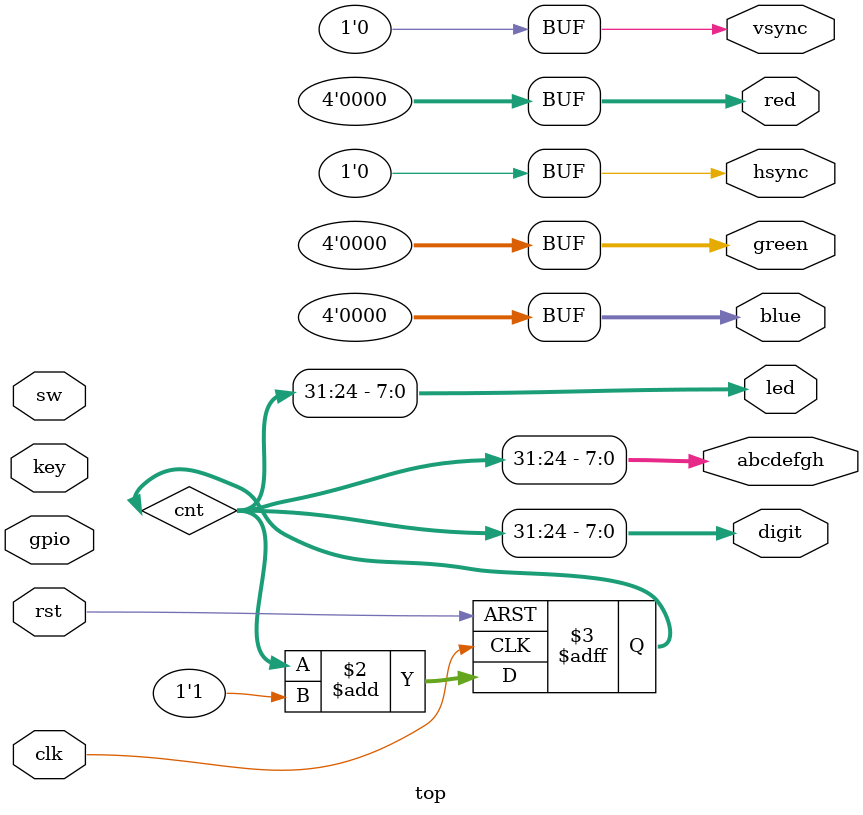
<source format=sv>
`include "config.svh"

module top
# (
  parameter clk_mhz = 50,
            w_key   = 4,
            w_sw    = 8,
            w_led   = 8,
            w_digit = 8,
            w_gpio  = 20
)
(
  input                        clk,
  input                        rst,

  // Keys, switches, LEDs

  input        [w_key   - 1:0] key,
  input        [w_sw    - 1:0] sw,
  output logic [w_led   - 1:0] led,

  // A dynamic seven-segment display

  output logic [          7:0] abcdefgh,
  output logic [w_digit - 1:0] digit,

  // VGA

  output logic                 vsync,
  output logic                 hsync,
  output logic [          3:0] red,
  output logic [          3:0] green,
  output logic [          3:0] blue,

  // General-purpose Input/Output

  inout  logic [w_gpio  - 1:0] gpio
);

  //--------------------------------------------------------------------------

  // assign led      = '0;
  // assign abcdefgh = '0;
  // assign digit    = '0;
     assign vsync    = '0;
     assign hsync    = '0;
     assign red      = '0;
     assign green    = '0;
     assign blue     = '0;

  //--------------------------------------------------------------------------

  // Exercise 1: Free running counter.
  // How do you change the speed of LED blinking?
  // Try different bit slices to display.

  logic [31:0] cnt;

  always_ff @ (posedge clk or posedge rst)
    if (rst)
      cnt <= '0;
    else
      cnt <= cnt + 1'd1;

  assign led      = cnt [ $left (cnt) -: w_led   ];
  assign abcdefgh = cnt [ $left (cnt) -: 8       ];
  assign digit    = cnt [ $left (cnt) -: w_digit ];

  // Exercise 2: Key-controlled counter.
  // Comment out the code above.
  // Uncomment and synthesize the code below.
  // Press the key to see the counter incrementing.
  //
  // Change the design, for example:
  //
  // 1. One key is used to increment, another to decrement.
  //
  // 2. Two counters controlled by different keys
  // displayed in different groups of LEDs.

  /*

  wire any_key = | key;

  logic any_key_r;

  always_ff @ (posedge clk or posedge rst)
    if (rst)
      any_key_r <= '0;
    else
      any_key_r <= any_key;

  wire any_key_pressed = ~ any_key & any_key_r;

  logic [w_led - 1:0] cnt;

  always_ff @ (posedge clk or posedge rst)
    if (rst)
      cnt <= '0;
    else if (any_key_pressed)
      cnt <= cnt + 1'd1;

  assign led      = w_led'   (cnt);
  assign abcdefgh = 8'       (cnt);
  assign digit    = w_digit' (cnt);

  */

endmodule

</source>
